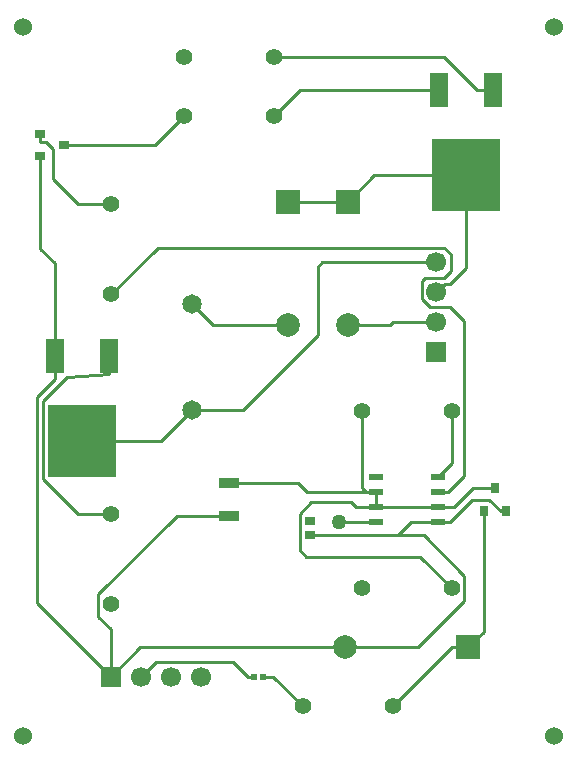
<source format=gtl>
G04 Layer_Physical_Order=1*
G04 Layer_Color=255*
%FSLAX25Y25*%
%MOIN*%
G70*
G01*
G75*
%ADD10R,0.03543X0.03150*%
%ADD11R,0.03150X0.03543*%
%ADD12R,0.06299X0.11811*%
%ADD13R,0.22835X0.24410*%
G04:AMPARAMS|DCode=14|XSize=21.65mil|YSize=49.21mil|CornerRadius=1.95mil|HoleSize=0mil|Usage=FLASHONLY|Rotation=270.000|XOffset=0mil|YOffset=0mil|HoleType=Round|Shape=RoundedRectangle|*
%AMROUNDEDRECTD14*
21,1,0.02165,0.04532,0,0,270.0*
21,1,0.01776,0.04921,0,0,270.0*
1,1,0.00390,-0.02266,-0.00888*
1,1,0.00390,-0.02266,0.00888*
1,1,0.00390,0.02266,0.00888*
1,1,0.00390,0.02266,-0.00888*
%
%ADD14ROUNDEDRECTD14*%
%ADD15R,0.02205X0.02047*%
%ADD16R,0.03543X0.03150*%
%ADD17R,0.06693X0.03740*%
%ADD18C,0.01000*%
%ADD19R,0.06693X0.06693*%
%ADD20C,0.06693*%
%ADD21R,0.06693X0.06693*%
%ADD22C,0.06000*%
%ADD23C,0.06496*%
%ADD24R,0.07874X0.07874*%
%ADD25C,0.07874*%
%ADD26C,0.05512*%
%ADD27R,0.07874X0.07874*%
%ADD28C,0.05000*%
D10*
X133858Y299016D02*
D03*
Y291535D02*
D03*
X141732Y295276D02*
D03*
D11*
X281693Y173228D02*
D03*
X289173D02*
D03*
X285433Y181102D02*
D03*
D12*
X156654Y225197D02*
D03*
X138622D02*
D03*
X284606Y313779D02*
D03*
X266575D02*
D03*
D13*
X147638Y196850D02*
D03*
X275591Y285433D02*
D03*
D14*
X266240Y169665D02*
D03*
Y174665D02*
D03*
Y179665D02*
D03*
Y184665D02*
D03*
X245571Y169665D02*
D03*
Y174665D02*
D03*
Y179665D02*
D03*
Y184665D02*
D03*
D15*
X205197Y118110D02*
D03*
X208189D02*
D03*
D16*
X223610Y165224D02*
D03*
Y170146D02*
D03*
D17*
X196850Y182677D02*
D03*
Y171654D02*
D03*
D18*
X222712Y179665D02*
X242235D01*
X238890Y174665D02*
X245571D01*
X252924Y165224D02*
X261576D01*
X270905Y189331D02*
Y206693D01*
X266240Y184665D02*
X270905Y189331D01*
X233300Y169665D02*
X245571D01*
X220512Y313779D02*
X266575D01*
X211850Y305118D02*
X220512Y313779D01*
X266240Y179665D02*
X269765D01*
X275200Y185100D01*
Y236600D01*
X270500Y241300D02*
X275200Y236600D01*
X263600Y241300D02*
X270500D01*
X260900Y244000D02*
X263600Y241300D01*
X260900Y244000D02*
Y250000D01*
X262100Y251200D01*
X268300D01*
X270595Y253495D01*
Y259005D01*
X268500Y261100D02*
X270595Y259005D01*
X172990Y261100D02*
X268500D01*
X157480Y245591D02*
X172990Y261100D01*
X156654Y219000D02*
Y225197D01*
X142600Y218000D02*
X156654Y219000D01*
X134700Y210100D02*
X142600Y218000D01*
X134700Y184000D02*
Y210100D01*
Y184000D02*
X146220Y172480D01*
X157480D01*
X279421Y313779D02*
X284606D01*
X268397Y324803D02*
X279421Y313779D01*
X211850Y324803D02*
X268397D01*
X133858Y296300D02*
Y299016D01*
Y296300D02*
X135700D01*
X138000Y294000D01*
Y284000D02*
Y294000D01*
Y284000D02*
X146409Y275591D01*
X157480D01*
X281693Y133150D02*
Y173228D01*
X276496Y127953D02*
X281693Y133150D01*
X167166Y127953D02*
X235315D01*
X157323Y118110D02*
X167166Y127953D01*
X257365Y169665D02*
X266240D01*
X252924Y165224D02*
X257365Y169665D01*
X223610Y165224D02*
X252924D01*
X138622Y217300D02*
Y225197D01*
X132700Y211378D02*
X138622Y217300D01*
X132700Y142733D02*
Y211378D01*
Y142733D02*
X157323Y118110D01*
X179300Y171654D02*
X196850D01*
X153200Y145554D02*
X179300Y171654D01*
X153200Y138200D02*
Y145554D01*
Y138200D02*
X157323Y134077D01*
Y118110D02*
Y134077D01*
X245157Y285433D02*
X275591D01*
X236220Y276496D02*
X245157Y285433D01*
X147638Y196850D02*
X174035D01*
X184240Y207055D01*
X219700Y182677D02*
X222712Y179665D01*
X196850Y182677D02*
X219700D01*
X270905Y127953D02*
X276496D01*
X251220Y108268D02*
X270905Y127953D01*
X191414Y235315D02*
X216535D01*
X184240Y242488D02*
X191414Y235315D01*
X275591Y254259D02*
Y285433D01*
X270500Y249168D02*
X275591Y254259D01*
X268696Y249168D02*
X270500D01*
X265748Y246220D02*
X268696Y249168D01*
X237304Y176251D02*
X238890Y174665D01*
X224086Y176251D02*
X237304D01*
X220300Y172465D02*
X224086Y176251D01*
X220300Y160300D02*
Y172465D01*
Y160300D02*
X222500Y158100D01*
X260443D01*
X270905Y147638D01*
X208189Y118110D02*
X211378D01*
X221220Y108268D01*
X227820Y256220D02*
X265748D01*
X226400Y254800D02*
X227820Y256220D01*
X226400Y232200D02*
Y254800D01*
X201255Y207055D02*
X226400Y232200D01*
X184240Y207055D02*
X201255D01*
X266240Y174665D02*
X271700D01*
X278137Y181102D01*
X285433D01*
X235315Y127953D02*
X259714D01*
X275161Y143400D01*
Y151639D01*
X261576Y165224D02*
X275161Y151639D01*
X141732Y295276D02*
X172008D01*
X181850Y305118D01*
X242235Y179665D02*
X245571D01*
X240905Y180995D02*
X242235Y179665D01*
X240905Y180995D02*
Y206693D01*
X202990Y118110D02*
X205197D01*
X198100Y123000D02*
X202990Y118110D01*
X172213Y123000D02*
X198100D01*
X167323Y118110D02*
X172213Y123000D01*
X251406Y236220D02*
X265748D01*
X250500Y235315D02*
X251406Y236220D01*
X236220Y235315D02*
X250500D01*
X255900Y174665D02*
X266240D01*
X245571D02*
X255900D01*
X245571D02*
Y179665D01*
X133858Y260664D02*
Y291535D01*
Y260664D02*
X138622Y255900D01*
Y225197D02*
Y255900D01*
X266240Y169665D02*
X270265D01*
X277600Y177000D01*
X283528D01*
X287300Y173228D01*
X289173D01*
X226300Y276496D02*
X236220D01*
X226300Y276496D02*
X226300Y276496D01*
X216535Y276496D02*
X226300D01*
D19*
X157323Y118110D02*
D03*
D20*
X167323D02*
D03*
X177323D02*
D03*
X187323D02*
D03*
X265748Y236220D02*
D03*
Y246220D02*
D03*
Y256220D02*
D03*
D21*
Y226220D02*
D03*
D22*
X305118Y334646D02*
D03*
Y98425D02*
D03*
X127953D02*
D03*
Y334646D02*
D03*
D23*
X184240Y207055D02*
D03*
Y242488D02*
D03*
D24*
X216535Y276496D02*
D03*
X236220Y276496D02*
D03*
D25*
X216535Y235315D02*
D03*
X236220Y235315D02*
D03*
X235315Y127953D02*
D03*
D26*
X157480Y275591D02*
D03*
Y245591D02*
D03*
Y172480D02*
D03*
Y142480D02*
D03*
X181850Y324803D02*
D03*
X211850D02*
D03*
X181850Y305118D02*
D03*
X211850D02*
D03*
X221220Y108268D02*
D03*
X251220D02*
D03*
X270905Y147638D02*
D03*
X240905D02*
D03*
X270905Y206693D02*
D03*
X240905D02*
D03*
D27*
X276496Y127953D02*
D03*
D28*
X233300Y169665D02*
D03*
M02*

</source>
